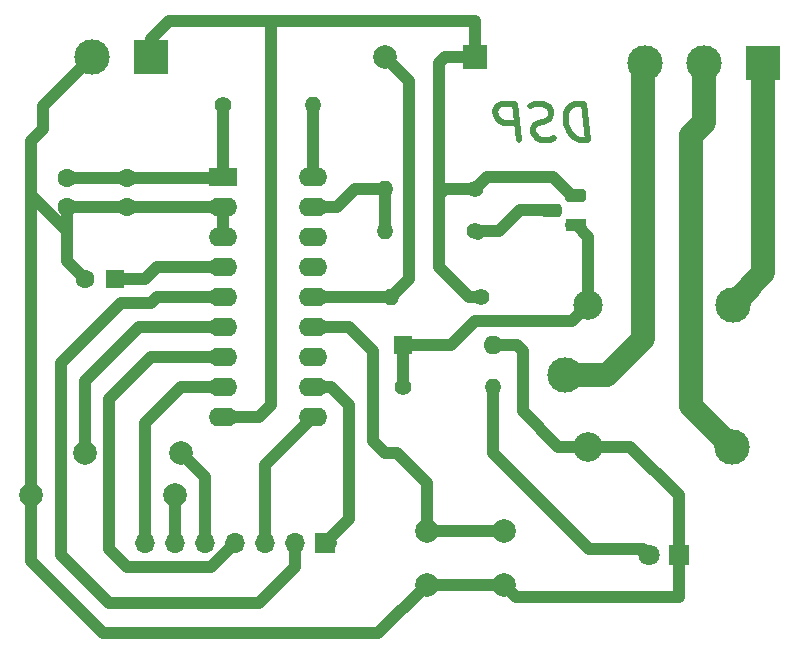
<source format=gbr>
%TF.GenerationSoftware,KiCad,Pcbnew,(5.1.7)-1*%
%TF.CreationDate,2021-08-01T15:47:44-03:00*%
%TF.ProjectId,cerradura digital,63657272-6164-4757-9261-206469676974,rev?*%
%TF.SameCoordinates,Original*%
%TF.FileFunction,Copper,L2,Bot*%
%TF.FilePolarity,Positive*%
%FSLAX46Y46*%
G04 Gerber Fmt 4.6, Leading zero omitted, Abs format (unit mm)*
G04 Created by KiCad (PCBNEW (5.1.7)-1) date 2021-08-01 15:47:44*
%MOMM*%
%LPD*%
G01*
G04 APERTURE LIST*
%TA.AperFunction,NonConductor*%
%ADD10C,0.500000*%
%TD*%
%TA.AperFunction,ComponentPad*%
%ADD11O,1.700000X1.700000*%
%TD*%
%TA.AperFunction,ComponentPad*%
%ADD12R,1.700000X1.700000*%
%TD*%
%TA.AperFunction,ComponentPad*%
%ADD13O,2.400000X1.600000*%
%TD*%
%TA.AperFunction,ComponentPad*%
%ADD14R,2.400000X1.600000*%
%TD*%
%TA.AperFunction,ComponentPad*%
%ADD15C,2.000000*%
%TD*%
%TA.AperFunction,ComponentPad*%
%ADD16O,1.400000X1.400000*%
%TD*%
%TA.AperFunction,ComponentPad*%
%ADD17C,1.400000*%
%TD*%
%TA.AperFunction,ComponentPad*%
%ADD18R,1.800000X1.100000*%
%TD*%
%TA.AperFunction,ComponentPad*%
%ADD19C,3.000000*%
%TD*%
%TA.AperFunction,ComponentPad*%
%ADD20C,2.500000*%
%TD*%
%TA.AperFunction,ComponentPad*%
%ADD21R,3.000000X3.000000*%
%TD*%
%TA.AperFunction,ComponentPad*%
%ADD22O,1.600000X1.600000*%
%TD*%
%TA.AperFunction,ComponentPad*%
%ADD23R,1.600000X1.600000*%
%TD*%
%TA.AperFunction,ComponentPad*%
%ADD24C,1.800000*%
%TD*%
%TA.AperFunction,ComponentPad*%
%ADD25R,1.800000X1.800000*%
%TD*%
%TA.AperFunction,ComponentPad*%
%ADD26C,1.600000*%
%TD*%
%TA.AperFunction,ComponentPad*%
%ADD27R,2.000000X2.000000*%
%TD*%
%TA.AperFunction,ViaPad*%
%ADD28C,2.000000*%
%TD*%
%TA.AperFunction,Conductor*%
%ADD29C,1.000000*%
%TD*%
%TA.AperFunction,Conductor*%
%ADD30C,2.000000*%
%TD*%
G04 APERTURE END LIST*
D10*
X166578303Y-65873142D02*
X166203303Y-62873142D01*
X165489017Y-62873142D01*
X165078303Y-63016000D01*
X164828303Y-63301714D01*
X164721160Y-63587428D01*
X164649732Y-64158857D01*
X164703303Y-64587428D01*
X164917589Y-65158857D01*
X165096160Y-65444571D01*
X165417589Y-65730285D01*
X165864017Y-65873142D01*
X166578303Y-65873142D01*
X163703303Y-65730285D02*
X163292589Y-65873142D01*
X162578303Y-65873142D01*
X162274732Y-65730285D01*
X162114017Y-65587428D01*
X161935446Y-65301714D01*
X161899732Y-65016000D01*
X162006875Y-64730285D01*
X162131875Y-64587428D01*
X162399732Y-64444571D01*
X162953303Y-64301714D01*
X163221160Y-64158857D01*
X163346160Y-64016000D01*
X163453303Y-63730285D01*
X163417589Y-63444571D01*
X163239017Y-63158857D01*
X163078303Y-63016000D01*
X162774732Y-62873142D01*
X162060446Y-62873142D01*
X161649732Y-63016000D01*
X160721160Y-65873142D02*
X160346160Y-62873142D01*
X159203303Y-62873142D01*
X158935446Y-63016000D01*
X158810446Y-63158857D01*
X158703303Y-63444571D01*
X158756875Y-63873142D01*
X158935446Y-64158857D01*
X159096160Y-64301714D01*
X159399732Y-64444571D01*
X160542589Y-64444571D01*
D11*
%TO.P,K1,7*%
%TO.N,Net-(K1-Pad7)*%
X129032000Y-100076000D03*
%TO.P,K1,6*%
%TO.N,GND*%
X131572000Y-100076000D03*
%TO.P,K1,5*%
%TO.N,Net-(K1-Pad5)*%
X134112000Y-100076000D03*
%TO.P,K1,4*%
%TO.N,Net-(K1-Pad4)*%
X136652000Y-100076000D03*
%TO.P,K1,3*%
%TO.N,Net-(K1-Pad3)*%
X139192000Y-100076000D03*
%TO.P,K1,2*%
%TO.N,Net-(K1-Pad2)*%
X141732000Y-100076000D03*
D12*
%TO.P,K1,1*%
%TO.N,Net-(K1-Pad1)*%
X144272000Y-100076000D03*
%TD*%
D13*
%TO.P,U1,18*%
%TO.N,Net-(R1-Pad2)*%
X143256000Y-69088000D03*
%TO.P,U1,9*%
%TO.N,+5V*%
X135636000Y-89408000D03*
%TO.P,U1,17*%
%TO.N,Net-(R4-Pad2)*%
X143256000Y-71628000D03*
%TO.P,U1,8*%
%TO.N,Net-(K1-Pad7)*%
X135636000Y-86868000D03*
%TO.P,U1,16*%
%TO.N,Net-(U1-Pad16)*%
X143256000Y-74168000D03*
%TO.P,U1,7*%
%TO.N,Net-(K1-Pad4)*%
X135636000Y-84328000D03*
%TO.P,U1,15*%
%TO.N,Net-(U1-Pad15)*%
X143256000Y-76708000D03*
%TO.P,U1,6*%
%TO.N,Net-(K1-Pad5)*%
X135636000Y-81788000D03*
%TO.P,U1,14*%
%TO.N,Net-(BZ1-Pad2)*%
X143256000Y-79248000D03*
%TO.P,U1,5*%
%TO.N,Net-(K1-Pad2)*%
X135636000Y-79248000D03*
%TO.P,U1,13*%
%TO.N,Net-(SW1-Pad1)*%
X143256000Y-81788000D03*
%TO.P,U1,4*%
%TO.N,Net-(C2-Pad1)*%
X135636000Y-76708000D03*
%TO.P,U1,12*%
%TO.N,sensor*%
X143256000Y-84328000D03*
%TO.P,U1,3*%
%TO.N,GND*%
X135636000Y-74168000D03*
%TO.P,U1,11*%
%TO.N,Net-(K1-Pad1)*%
X143256000Y-86868000D03*
%TO.P,U1,2*%
%TO.N,GND*%
X135636000Y-71628000D03*
%TO.P,U1,10*%
%TO.N,Net-(K1-Pad3)*%
X143256000Y-89408000D03*
D14*
%TO.P,U1,1*%
%TO.N,Net-(C1-Pad2)*%
X135636000Y-69088000D03*
%TD*%
D15*
%TO.P,SW1,1*%
%TO.N,Net-(SW1-Pad1)*%
X159408000Y-99060000D03*
%TO.P,SW1,2*%
%TO.N,GND*%
X159408000Y-103560000D03*
%TO.P,SW1,1*%
%TO.N,Net-(SW1-Pad1)*%
X152908000Y-99060000D03*
%TO.P,SW1,2*%
%TO.N,GND*%
X152908000Y-103560000D03*
%TD*%
D16*
%TO.P,R5,2*%
%TO.N,Net-(R4-Pad2)*%
X149352000Y-73660000D03*
D17*
%TO.P,R5,1*%
%TO.N,Net-(Q1-Pad2)*%
X156972000Y-73660000D03*
%TD*%
D16*
%TO.P,R4,2*%
%TO.N,Net-(R4-Pad2)*%
X149352000Y-70104000D03*
D17*
%TO.P,R4,1*%
%TO.N,+5V*%
X156972000Y-70104000D03*
%TD*%
D16*
%TO.P,R3,2*%
%TO.N,Net-(D1-Pad2)*%
X158496000Y-86868000D03*
D17*
%TO.P,R3,1*%
%TO.N,Net-(D2-Pad1)*%
X150876000Y-86868000D03*
%TD*%
D16*
%TO.P,R2,2*%
%TO.N,Net-(BZ1-Pad2)*%
X149860000Y-79248000D03*
D17*
%TO.P,R2,1*%
%TO.N,+5V*%
X157480000Y-79248000D03*
%TD*%
D16*
%TO.P,R1,2*%
%TO.N,Net-(R1-Pad2)*%
X143256000Y-62992000D03*
D17*
%TO.P,R1,1*%
%TO.N,Net-(C1-Pad2)*%
X135636000Y-62992000D03*
%TD*%
D18*
%TO.P,Q1,1*%
%TO.N,Net-(D2-Pad1)*%
X165500000Y-73152000D03*
%TO.P,Q1,3*%
%TO.N,+5V*%
%TA.AperFunction,ComponentPad*%
G36*
G01*
X166125000Y-71162000D02*
X164875000Y-71162000D01*
G75*
G02*
X164600000Y-70887000I0J275000D01*
G01*
X164600000Y-70337000D01*
G75*
G02*
X164875000Y-70062000I275000J0D01*
G01*
X166125000Y-70062000D01*
G75*
G02*
X166400000Y-70337000I0J-275000D01*
G01*
X166400000Y-70887000D01*
G75*
G02*
X166125000Y-71162000I-275000J0D01*
G01*
G37*
%TD.AperFunction*%
%TO.P,Q1,2*%
%TO.N,Net-(Q1-Pad2)*%
%TA.AperFunction,ComponentPad*%
G36*
G01*
X164055000Y-72432000D02*
X162805000Y-72432000D01*
G75*
G02*
X162530000Y-72157000I0J275000D01*
G01*
X162530000Y-71607000D01*
G75*
G02*
X162805000Y-71332000I275000J0D01*
G01*
X164055000Y-71332000D01*
G75*
G02*
X164330000Y-71607000I0J-275000D01*
G01*
X164330000Y-72157000D01*
G75*
G02*
X164055000Y-72432000I-275000J0D01*
G01*
G37*
%TD.AperFunction*%
%TD*%
D19*
%TO.P,K2,1*%
%TO.N,CC*%
X164592000Y-85852000D03*
D20*
%TO.P,K2,5*%
%TO.N,Net-(D2-Pad1)*%
X166542000Y-79902000D03*
D19*
%TO.P,K2,4*%
%TO.N,NC*%
X178792000Y-79852000D03*
%TO.P,K2,3*%
%TO.N,NO*%
X178742000Y-91902000D03*
D20*
%TO.P,K2,2*%
%TO.N,GND*%
X166542000Y-91902000D03*
%TD*%
D19*
%TO.P,J2,3*%
%TO.N,CC*%
X171356000Y-59436000D03*
%TO.P,J2,2*%
%TO.N,NO*%
X176356000Y-59436000D03*
D21*
%TO.P,J2,1*%
%TO.N,NC*%
X181356000Y-59436000D03*
%TD*%
D19*
%TO.P,J1,2*%
%TO.N,GND*%
X124540000Y-58928000D03*
D21*
%TO.P,J1,1*%
%TO.N,+5V*%
X129540000Y-58928000D03*
%TD*%
D22*
%TO.P,D2,2*%
%TO.N,GND*%
X158496000Y-83312000D03*
D23*
%TO.P,D2,1*%
%TO.N,Net-(D2-Pad1)*%
X150876000Y-83312000D03*
%TD*%
D24*
%TO.P,D1,2*%
%TO.N,Net-(D1-Pad2)*%
X171704000Y-101092000D03*
D25*
%TO.P,D1,1*%
%TO.N,GND*%
X174244000Y-101092000D03*
%TD*%
D26*
%TO.P,C3,2*%
%TO.N,Net-(C1-Pad2)*%
X127508000Y-69128000D03*
%TO.P,C3,1*%
%TO.N,GND*%
X127508000Y-71628000D03*
%TD*%
%TO.P,C2,2*%
%TO.N,GND*%
X123992000Y-77724000D03*
D23*
%TO.P,C2,1*%
%TO.N,Net-(C2-Pad1)*%
X126492000Y-77724000D03*
%TD*%
D26*
%TO.P,C1,2*%
%TO.N,Net-(C1-Pad2)*%
X122428000Y-69128000D03*
%TO.P,C1,1*%
%TO.N,GND*%
X122428000Y-71628000D03*
%TD*%
D15*
%TO.P,BZ1,2*%
%TO.N,Net-(BZ1-Pad2)*%
X149372000Y-58928000D03*
D27*
%TO.P,BZ1,1*%
%TO.N,+5V*%
X156972000Y-58928000D03*
%TD*%
D28*
%TO.N,GND*%
X131572000Y-96012000D03*
X119380000Y-96012000D03*
%TO.N,Net-(K1-Pad5)*%
X132080000Y-92456000D03*
X123952000Y-92456000D03*
%TD*%
D29*
%TO.N,Net-(BZ1-Pad2)*%
X149860000Y-79248000D02*
X143256000Y-79248000D01*
X151384000Y-60940000D02*
X149372000Y-58928000D01*
X151384000Y-77724000D02*
X151384000Y-60940000D01*
X149860000Y-79248000D02*
X151384000Y-77724000D01*
%TO.N,+5V*%
X154432000Y-58928000D02*
X156972000Y-58928000D01*
X153924000Y-59436000D02*
X154432000Y-58928000D01*
X156464000Y-79248000D02*
X153924000Y-76708000D01*
X157480000Y-79248000D02*
X156464000Y-79248000D01*
X156972000Y-55880000D02*
X156972000Y-58928000D01*
X129540000Y-57404000D02*
X131064000Y-55880000D01*
X129540000Y-58928000D02*
X129540000Y-57404000D01*
X154432000Y-70104000D02*
X153924000Y-70612000D01*
X156972000Y-70104000D02*
X154432000Y-70104000D01*
X153924000Y-70612000D02*
X153924000Y-59436000D01*
X153924000Y-76708000D02*
X153924000Y-70612000D01*
X135636000Y-89408000D02*
X138684000Y-89408000D01*
X139700000Y-88392000D02*
X139700000Y-55880000D01*
X138684000Y-89408000D02*
X139700000Y-88392000D01*
X139700000Y-55880000D02*
X156972000Y-55880000D01*
X131064000Y-55880000D02*
X139700000Y-55880000D01*
X156972000Y-70104000D02*
X157988000Y-69088000D01*
X157988000Y-69088000D02*
X163576000Y-69088000D01*
X163576000Y-69088000D02*
X165100000Y-70612000D01*
%TO.N,Net-(C1-Pad2)*%
X135596000Y-69128000D02*
X135636000Y-69088000D01*
X127508000Y-69128000D02*
X135596000Y-69128000D01*
X127508000Y-69128000D02*
X122428000Y-69128000D01*
X135636000Y-65024000D02*
X135636000Y-69088000D01*
X135636000Y-65024000D02*
X135636000Y-62992000D01*
%TO.N,GND*%
X127508000Y-71628000D02*
X135636000Y-71628000D01*
X122428000Y-76160000D02*
X123992000Y-77724000D01*
X127508000Y-71628000D02*
X122428000Y-71628000D01*
X135636000Y-74168000D02*
X135636000Y-71628000D01*
X124540000Y-58928000D02*
X120396000Y-63072000D01*
X120396000Y-63072000D02*
X120396000Y-65024000D01*
X120396000Y-65024000D02*
X119380000Y-66040000D01*
X119380000Y-70612000D02*
X122428000Y-73660000D01*
X119380000Y-66040000D02*
X119380000Y-70612000D01*
X122428000Y-73660000D02*
X122428000Y-76160000D01*
X122428000Y-71628000D02*
X122428000Y-73660000D01*
X152908000Y-103560000D02*
X159408000Y-103560000D01*
X174244000Y-104648000D02*
X174244000Y-101092000D01*
X160496000Y-104648000D02*
X174244000Y-104648000D01*
X159408000Y-103560000D02*
X160496000Y-104648000D01*
X170134000Y-91902000D02*
X166542000Y-91902000D01*
X174244000Y-96012000D02*
X170134000Y-91902000D01*
X174244000Y-101092000D02*
X174244000Y-96012000D01*
X158496000Y-83312000D02*
X160528000Y-83312000D01*
X160528000Y-83312000D02*
X161036000Y-83820000D01*
X161036000Y-83820000D02*
X161036000Y-88900000D01*
X164038000Y-91902000D02*
X166542000Y-91902000D01*
X161036000Y-88900000D02*
X164038000Y-91902000D01*
X119380000Y-101600000D02*
X125476000Y-107696000D01*
X148772000Y-107696000D02*
X152908000Y-103560000D01*
X125476000Y-107696000D02*
X148772000Y-107696000D01*
X119380000Y-96520000D02*
X119380000Y-101600000D01*
X131572000Y-100076000D02*
X131572000Y-96012000D01*
X119380000Y-96012000D02*
X119380000Y-96520000D01*
X119380000Y-70612000D02*
X119380000Y-96012000D01*
X119380000Y-96012000D02*
X119380000Y-96012000D01*
X131572000Y-96012000D02*
X131572000Y-96012000D01*
X131572000Y-96012000D02*
X131572000Y-96012000D01*
X119380000Y-96012000D02*
X119380000Y-96012000D01*
%TO.N,Net-(C2-Pad1)*%
X126492000Y-77724000D02*
X129032000Y-77724000D01*
X130048000Y-76708000D02*
X135636000Y-76708000D01*
X129032000Y-77724000D02*
X130048000Y-76708000D01*
%TO.N,Net-(D1-Pad2)*%
X171196000Y-100584000D02*
X171704000Y-101092000D01*
X166624000Y-100584000D02*
X171196000Y-100584000D01*
X158496000Y-92456000D02*
X166624000Y-100584000D01*
X158496000Y-86868000D02*
X158496000Y-92456000D01*
%TO.N,Net-(D2-Pad1)*%
X150876000Y-83312000D02*
X150876000Y-86868000D01*
X165164000Y-81280000D02*
X166542000Y-79902000D01*
X156972000Y-81280000D02*
X165164000Y-81280000D01*
X154940000Y-83312000D02*
X156972000Y-81280000D01*
X150876000Y-83312000D02*
X154940000Y-83312000D01*
X165100000Y-73152000D02*
X165608000Y-73152000D01*
X166542000Y-74086000D02*
X166542000Y-79902000D01*
X165608000Y-73152000D02*
X166542000Y-74086000D01*
D30*
%TO.N,CC*%
X164592000Y-85852000D02*
X168148000Y-85852000D01*
X168148000Y-85852000D02*
X171196000Y-82804000D01*
X171196000Y-59596000D02*
X171356000Y-59436000D01*
X171196000Y-82804000D02*
X171196000Y-59596000D01*
%TO.N,NO*%
X176356000Y-64436000D02*
X176356000Y-59436000D01*
X175260000Y-65532000D02*
X176356000Y-64436000D01*
X175260000Y-88420000D02*
X175260000Y-65532000D01*
X178742000Y-91902000D02*
X175260000Y-88420000D01*
%TO.N,NC*%
X178792000Y-79852000D02*
X180340000Y-78304000D01*
X180340000Y-78304000D02*
X180340000Y-78232000D01*
X181356000Y-77216000D02*
X181356000Y-59436000D01*
X180340000Y-78232000D02*
X181356000Y-77216000D01*
D29*
%TO.N,Net-(K1-Pad7)*%
X129032000Y-100076000D02*
X129032000Y-89916000D01*
X129032000Y-89916000D02*
X132080000Y-86868000D01*
X132080000Y-86868000D02*
X135636000Y-86868000D01*
%TO.N,Net-(K1-Pad5)*%
X134112000Y-100076000D02*
X134112000Y-96520000D01*
X134112000Y-94488000D02*
X132080000Y-92456000D01*
X128524000Y-81788000D02*
X135636000Y-81788000D01*
X123952000Y-86360000D02*
X128524000Y-81788000D01*
X123952000Y-86360000D02*
X123952000Y-92456000D01*
X134112000Y-94488000D02*
X134112000Y-96520000D01*
X132080000Y-92456000D02*
X132080000Y-92456000D01*
X123952000Y-92456000D02*
X123952000Y-92456000D01*
X132080000Y-92456000D02*
X132080000Y-92456000D01*
X123952000Y-92456000D02*
X123952000Y-92456000D01*
%TO.N,Net-(K1-Pad4)*%
X125984000Y-87884000D02*
X129540000Y-84328000D01*
X125984000Y-100584000D02*
X125984000Y-87884000D01*
X129540000Y-84328000D02*
X135636000Y-84328000D01*
X127508000Y-102108000D02*
X125984000Y-100584000D01*
X134620000Y-102108000D02*
X127508000Y-102108000D01*
X136652000Y-100076000D02*
X134620000Y-102108000D01*
%TO.N,Net-(K1-Pad3)*%
X139192000Y-93472000D02*
X143256000Y-89408000D01*
X139192000Y-100076000D02*
X139192000Y-93472000D01*
%TO.N,Net-(K1-Pad2)*%
X125984000Y-105156000D02*
X138684000Y-105156000D01*
X121920000Y-84836000D02*
X121920000Y-101092000D01*
X141732000Y-102108000D02*
X141732000Y-100076000D01*
X127000000Y-79756000D02*
X121920000Y-84836000D01*
X129540000Y-79756000D02*
X127000000Y-79756000D01*
X121920000Y-101092000D02*
X125984000Y-105156000D01*
X130048000Y-79248000D02*
X129540000Y-79756000D01*
X138684000Y-105156000D02*
X141732000Y-102108000D01*
X135636000Y-79248000D02*
X130048000Y-79248000D01*
%TO.N,Net-(K1-Pad1)*%
X144272000Y-100076000D02*
X144780000Y-100076000D01*
X143256000Y-86868000D02*
X144780000Y-86868000D01*
X144780000Y-86868000D02*
X146304000Y-88392000D01*
X146304000Y-98044000D02*
X144272000Y-100076000D01*
X146304000Y-88392000D02*
X146304000Y-98044000D01*
%TO.N,Net-(Q1-Pad2)*%
X157226000Y-73914000D02*
X156972000Y-73660000D01*
X163830000Y-71882000D02*
X160782000Y-71882000D01*
X159004000Y-73660000D02*
X156972000Y-73660000D01*
X160782000Y-71882000D02*
X159004000Y-73660000D01*
%TO.N,Net-(R1-Pad2)*%
X142748000Y-69088000D02*
X143256000Y-69088000D01*
X143256000Y-65024000D02*
X143256000Y-69088000D01*
X143256000Y-65024000D02*
X143256000Y-62992000D01*
%TO.N,Net-(R4-Pad2)*%
X143256000Y-71628000D02*
X145288000Y-71628000D01*
X146812000Y-70104000D02*
X149352000Y-70104000D01*
X145288000Y-71628000D02*
X146812000Y-70104000D01*
X149352000Y-73660000D02*
X149352000Y-70104000D01*
%TO.N,Net-(SW1-Pad1)*%
X152908000Y-99060000D02*
X159408000Y-99060000D01*
X152908000Y-94996000D02*
X152908000Y-99060000D01*
X150368000Y-92456000D02*
X152908000Y-94996000D01*
X149352000Y-92456000D02*
X150368000Y-92456000D01*
X148336000Y-91440000D02*
X149352000Y-92456000D01*
X148336000Y-83820000D02*
X148336000Y-91440000D01*
X146304000Y-81788000D02*
X148336000Y-83820000D01*
X143256000Y-81788000D02*
X146304000Y-81788000D01*
%TD*%
M02*

</source>
